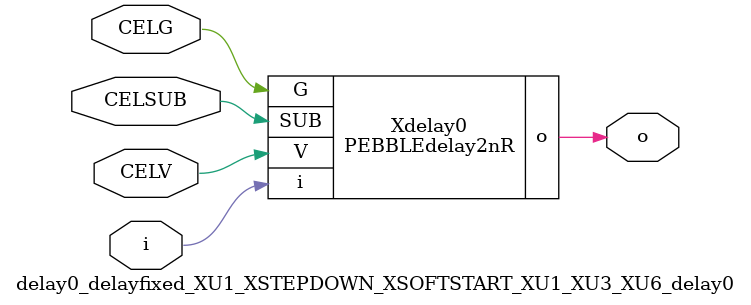
<source format=v>



module PEBBLEdelay2nR ( o, V, G, i, SUB );

  input V;
  input i;
  input G;
  output o;
  input SUB;
endmodule

//Celera Confidential Do Not Copy delay0_delayfixed_XU1_XSTEPDOWN_XSOFTSTART_XU1_XU3_XU6_delay0
//TYPE: fixed 2ns
module delay0_delayfixed_XU1_XSTEPDOWN_XSOFTSTART_XU1_XU3_XU6_delay0 (i, CELV, o,
CELG,CELSUB);
input CELV;
input i;
output o;
input CELSUB;
input CELG;

//Celera Confidential Do Not Copy delayfast0
PEBBLEdelay2nR Xdelay0(
.V (CELV),
.i (i),
.o (o),
.G (CELG),
.SUB (CELSUB)
);
//,diesize,PEBBLEdelay2nR

//Celera Confidential Do Not Copy Module End
//Celera Schematic Generator
endmodule

</source>
